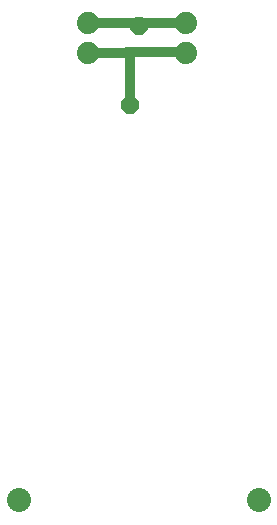
<source format=gbl>
G75*
G70*
%OFA0B0*%
%FSLAX24Y24*%
%IPPOS*%
%LPD*%
%AMOC8*
5,1,8,0,0,1.08239X$1,22.5*
%
%ADD10C,0.0740*%
%ADD11C,0.0800*%
%ADD12OC8,0.0591*%
%ADD13C,0.0320*%
D10*
X005772Y021324D03*
X005772Y022324D03*
X009032Y022324D03*
X009032Y021324D03*
D11*
X003462Y006419D03*
X011462Y006419D03*
D12*
X007187Y019588D03*
X007482Y022246D03*
D13*
X007403Y022324D01*
X005772Y022324D01*
X005772Y021324D02*
X006856Y021324D01*
X007187Y021360D01*
X008996Y021360D01*
X009032Y021324D01*
X009032Y022324D02*
X007561Y022324D01*
X007482Y022246D01*
X007187Y021360D02*
X007187Y019588D01*
M02*

</source>
